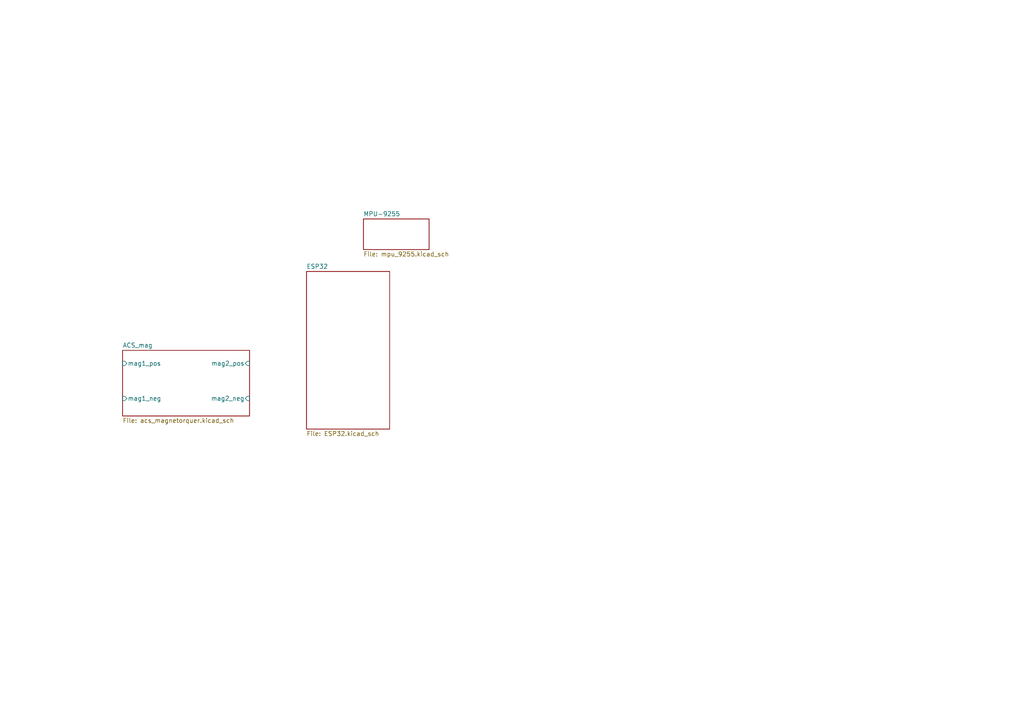
<source format=kicad_sch>
(kicad_sch
	(version 20250114)
	(generator "eeschema")
	(generator_version "9.0")
	(uuid "14c04de7-71ee-4f20-9e6e-041dbb035733")
	(paper "A4")
	(lib_symbols)
	(sheet
		(at 35.56 101.6)
		(size 36.83 19.05)
		(exclude_from_sim no)
		(in_bom yes)
		(on_board yes)
		(dnp no)
		(fields_autoplaced yes)
		(stroke
			(width 0.1524)
			(type solid)
		)
		(fill
			(color 0 0 0 0.0000)
		)
		(uuid "021973d6-cb49-4352-a4ea-b5027e022f92")
		(property "Sheetname" "ACS_mag"
			(at 35.56 100.8884 0)
			(effects
				(font
					(size 1.27 1.27)
				)
				(justify left bottom)
			)
		)
		(property "Sheetfile" "acs_magnetorquer.kicad_sch"
			(at 35.56 121.2346 0)
			(effects
				(font
					(size 1.27 1.27)
				)
				(justify left top)
			)
		)
		(pin "mag1_neg" input
			(at 35.56 115.57 180)
			(uuid "f9c306ab-0ba6-4e19-81f6-bce77c22902e")
			(effects
				(font
					(size 1.27 1.27)
				)
				(justify left)
			)
		)
		(pin "mag1_pos" input
			(at 35.56 105.41 180)
			(uuid "875e25cc-05e7-42c7-85f8-838181e405c0")
			(effects
				(font
					(size 1.27 1.27)
				)
				(justify left)
			)
		)
		(pin "mag2_neg" input
			(at 72.39 115.57 0)
			(uuid "a572eeed-3963-43ff-a951-21607e19d30c")
			(effects
				(font
					(size 1.27 1.27)
				)
				(justify right)
			)
		)
		(pin "mag2_pos" input
			(at 72.39 105.41 0)
			(uuid "bd95a296-89a9-4c59-95c7-26a2d6ac2c25")
			(effects
				(font
					(size 1.27 1.27)
				)
				(justify right)
			)
		)
		(instances
			(project "mag"
				(path "/14c04de7-71ee-4f20-9e6e-041dbb035733"
					(page "2")
				)
			)
		)
	)
	(sheet
		(at 88.9 78.74)
		(size 24.13 45.72)
		(exclude_from_sim no)
		(in_bom yes)
		(on_board yes)
		(dnp no)
		(fields_autoplaced yes)
		(stroke
			(width 0.1524)
			(type solid)
		)
		(fill
			(color 0 0 0 0.0000)
		)
		(uuid "920327e4-2a04-4564-ba11-3f3834c7006e")
		(property "Sheetname" "ESP32"
			(at 88.9 78.0284 0)
			(effects
				(font
					(size 1.27 1.27)
				)
				(justify left bottom)
			)
		)
		(property "Sheetfile" "ESP32.kicad_sch"
			(at 88.9 125.0446 0)
			(effects
				(font
					(size 1.27 1.27)
				)
				(justify left top)
			)
		)
		(instances
			(project "mag"
				(path "/14c04de7-71ee-4f20-9e6e-041dbb035733"
					(page "4")
				)
			)
		)
	)
	(sheet
		(at 105.41 63.5)
		(size 19.05 8.89)
		(exclude_from_sim no)
		(in_bom yes)
		(on_board yes)
		(dnp no)
		(fields_autoplaced yes)
		(stroke
			(width 0.1524)
			(type solid)
		)
		(fill
			(color 0 0 0 0.0000)
		)
		(uuid "cff9f0de-66a8-40e0-bfeb-91cf114478e3")
		(property "Sheetname" "MPU-9255"
			(at 105.41 62.7884 0)
			(effects
				(font
					(size 1.27 1.27)
				)
				(justify left bottom)
			)
		)
		(property "Sheetfile" "mpu_9255.kicad_sch"
			(at 105.41 72.9746 0)
			(effects
				(font
					(size 1.27 1.27)
				)
				(justify left top)
			)
		)
		(instances
			(project "mag"
				(path "/14c04de7-71ee-4f20-9e6e-041dbb035733"
					(page "3")
				)
			)
		)
	)
	(sheet_instances
		(path "/"
			(page "1")
		)
	)
	(embedded_fonts no)
)

</source>
